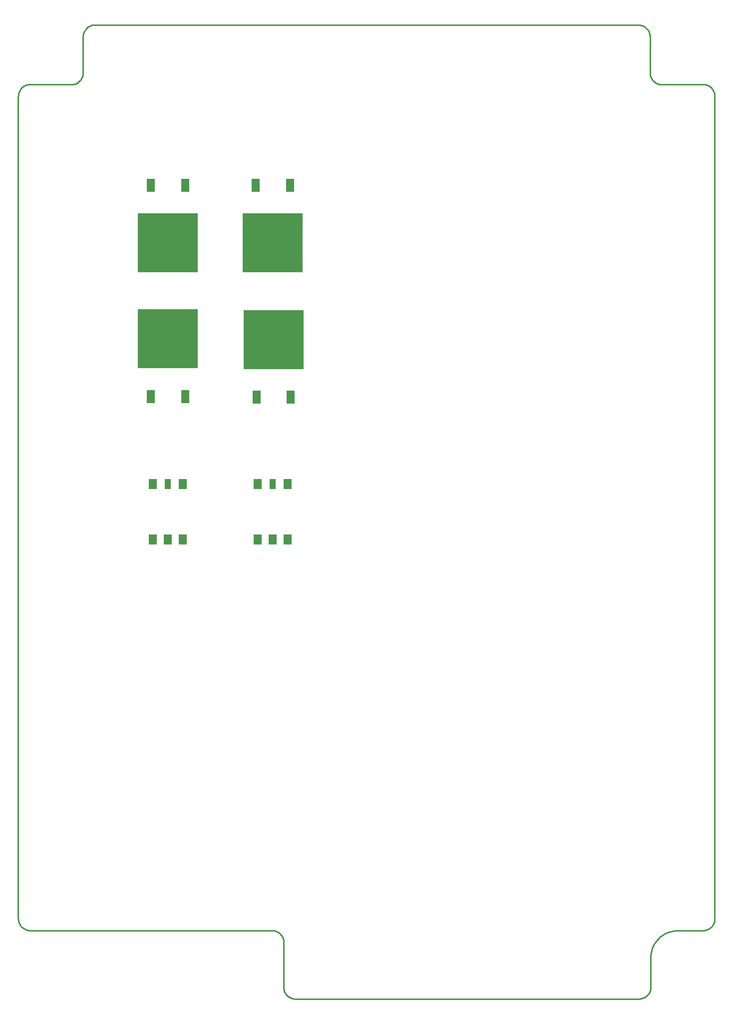
<source format=gbr>
G04 EAGLE Gerber RS-274X export*
G75*
%MOMM*%
%FSLAX34Y34*%
%LPD*%
%INSolderpaste Top*%
%IPPOS*%
%AMOC8*
5,1,8,0,0,1.08239X$1,22.5*%
G01*
%ADD10R,1.320800X2.209800*%
%ADD11R,10.210800X10.007600*%
%ADD12R,1.450000X1.700000*%
%ADD13R,1.018200X1.700000*%
%ADD14C,0.254000*%


D10*
X282956Y1379093D03*
X225044Y1379093D03*
D11*
X254000Y1281684D03*
D10*
X460756Y1379093D03*
X402844Y1379093D03*
D11*
X431800Y1281684D03*
D12*
X228600Y778500D03*
X254000Y778500D03*
X279400Y778500D03*
X279400Y872500D03*
D13*
X254000Y872500D03*
D12*
X228600Y872500D03*
X406400Y778500D03*
X431800Y778500D03*
X457200Y778500D03*
X457200Y872500D03*
D13*
X431800Y872500D03*
D12*
X406400Y872500D03*
D10*
X225044Y1021207D03*
X282956Y1021207D03*
D11*
X254000Y1118616D03*
D10*
X404114Y1019937D03*
X462026Y1019937D03*
D11*
X433070Y1117346D03*
D14*
X0Y136000D02*
X76Y134257D01*
X304Y132527D01*
X681Y130824D01*
X1206Y129160D01*
X1874Y127548D01*
X2680Y126000D01*
X3617Y124528D01*
X4679Y123144D01*
X5858Y121858D01*
X7144Y120679D01*
X8528Y119617D01*
X10000Y118680D01*
X11548Y117874D01*
X13160Y117206D01*
X14824Y116681D01*
X16527Y116304D01*
X18257Y116076D01*
X20000Y116000D01*
X430000Y116000D01*
X431743Y115924D01*
X433473Y115696D01*
X435176Y115319D01*
X436840Y114794D01*
X438452Y114126D01*
X440000Y113321D01*
X441472Y112383D01*
X442856Y111321D01*
X444142Y110142D01*
X445321Y108856D01*
X446383Y107472D01*
X447321Y106000D01*
X448126Y104452D01*
X448794Y102840D01*
X449319Y101176D01*
X449696Y99473D01*
X449924Y97743D01*
X450000Y96000D01*
X450000Y20000D01*
X450076Y18257D01*
X450304Y16527D01*
X450681Y14824D01*
X451206Y13160D01*
X451874Y11548D01*
X452680Y10000D01*
X453617Y8528D01*
X454679Y7144D01*
X455858Y5858D01*
X457144Y4679D01*
X458528Y3617D01*
X460000Y2680D01*
X461548Y1874D01*
X463160Y1206D01*
X464824Y681D01*
X466527Y304D01*
X468257Y76D01*
X470000Y0D01*
X1052340Y0D01*
X1054083Y76D01*
X1055813Y304D01*
X1057516Y681D01*
X1059180Y1206D01*
X1060792Y1874D01*
X1062340Y2680D01*
X1063812Y3617D01*
X1065196Y4679D01*
X1066482Y5858D01*
X1067661Y7144D01*
X1068723Y8528D01*
X1069661Y10000D01*
X1070466Y11548D01*
X1071134Y13160D01*
X1071659Y14824D01*
X1072036Y16527D01*
X1072264Y18257D01*
X1072340Y20000D01*
X1072340Y70006D01*
X1072515Y74013D01*
X1073038Y77989D01*
X1073907Y81905D01*
X1075113Y85730D01*
X1076647Y89435D01*
X1078499Y92993D01*
X1080654Y96376D01*
X1083096Y99558D01*
X1085805Y102515D01*
X1088762Y105224D01*
X1091944Y107666D01*
X1095327Y109821D01*
X1098885Y111673D01*
X1102590Y113207D01*
X1106415Y114413D01*
X1110331Y115282D01*
X1114307Y115805D01*
X1118314Y115980D01*
X1161128Y115980D01*
X1162871Y116056D01*
X1164601Y116284D01*
X1166304Y116661D01*
X1167968Y117186D01*
X1169580Y117854D01*
X1171128Y118660D01*
X1172600Y119597D01*
X1173984Y120659D01*
X1175270Y121838D01*
X1176449Y123124D01*
X1177511Y124508D01*
X1178449Y125980D01*
X1179254Y127528D01*
X1179922Y129140D01*
X1180447Y130804D01*
X1180824Y132507D01*
X1181052Y134237D01*
X1181128Y135980D01*
X1181128Y1530000D01*
X1181052Y1531743D01*
X1180824Y1533473D01*
X1180447Y1535176D01*
X1179922Y1536840D01*
X1179254Y1538452D01*
X1178449Y1540000D01*
X1177511Y1541472D01*
X1176449Y1542856D01*
X1175270Y1544142D01*
X1173984Y1545321D01*
X1172600Y1546383D01*
X1171128Y1547321D01*
X1169580Y1548126D01*
X1167968Y1548794D01*
X1166304Y1549319D01*
X1164601Y1549696D01*
X1162871Y1549924D01*
X1161128Y1550000D01*
X1091128Y1550000D01*
X1089385Y1550076D01*
X1087655Y1550304D01*
X1085952Y1550681D01*
X1084288Y1551206D01*
X1082676Y1551874D01*
X1081128Y1552680D01*
X1079656Y1553617D01*
X1078272Y1554679D01*
X1076986Y1555858D01*
X1075807Y1557144D01*
X1074745Y1558528D01*
X1073808Y1560000D01*
X1073002Y1561548D01*
X1072334Y1563160D01*
X1071809Y1564824D01*
X1071432Y1566527D01*
X1071204Y1568257D01*
X1071128Y1570000D01*
X1071128Y1630032D01*
X1071094Y1631798D01*
X1070904Y1633575D01*
X1070560Y1635329D01*
X1070065Y1637047D01*
X1069422Y1638715D01*
X1068636Y1640320D01*
X1067713Y1641851D01*
X1066660Y1643296D01*
X1065485Y1644643D01*
X1064198Y1645883D01*
X1062807Y1647006D01*
X1061323Y1648003D01*
X1059759Y1648867D01*
X1058124Y1649592D01*
X1056433Y1650171D01*
X1054698Y1650601D01*
X1052932Y1650878D01*
X1051149Y1651000D01*
X129986Y1651000D01*
X128244Y1650923D01*
X126515Y1650695D01*
X124812Y1650317D01*
X123149Y1649792D01*
X121538Y1649124D01*
X119991Y1648318D01*
X118520Y1647381D01*
X117137Y1646319D01*
X115851Y1645140D01*
X114673Y1643853D01*
X113612Y1642469D01*
X112675Y1640998D01*
X111870Y1639451D01*
X111204Y1637839D01*
X110680Y1636176D01*
X110303Y1634473D01*
X110076Y1632744D01*
X110000Y1631001D01*
X110000Y1570000D01*
X109924Y1568257D01*
X109696Y1566527D01*
X109319Y1564824D01*
X108794Y1563160D01*
X108126Y1561548D01*
X107321Y1560000D01*
X106383Y1558528D01*
X105321Y1557144D01*
X104142Y1555858D01*
X102856Y1554679D01*
X101472Y1553617D01*
X100000Y1552680D01*
X98452Y1551874D01*
X96840Y1551206D01*
X95176Y1550681D01*
X93473Y1550304D01*
X91743Y1550076D01*
X90000Y1550000D01*
X20000Y1550000D01*
X18257Y1549924D01*
X16527Y1549696D01*
X14824Y1549319D01*
X13160Y1548794D01*
X11548Y1548126D01*
X10000Y1547321D01*
X8528Y1546383D01*
X7144Y1545321D01*
X5858Y1544142D01*
X4679Y1542856D01*
X3617Y1541472D01*
X2680Y1540000D01*
X1874Y1538452D01*
X1206Y1536840D01*
X681Y1535176D01*
X304Y1533473D01*
X76Y1531743D01*
X0Y1530000D01*
X0Y136000D01*
M02*

</source>
